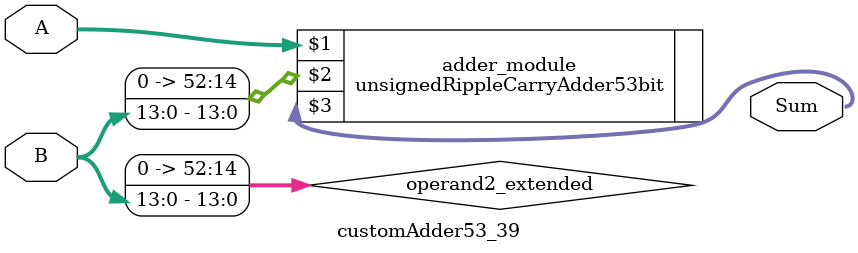
<source format=v>
module customAdder53_39(
                        input [52 : 0] A,
                        input [13 : 0] B,
                        
                        output [53 : 0] Sum
                );

        wire [52 : 0] operand2_extended;
        
        assign operand2_extended =  {39'b0, B};
        
        unsignedRippleCarryAdder53bit adder_module(
            A,
            operand2_extended,
            Sum
        );
        
        endmodule
        
</source>
